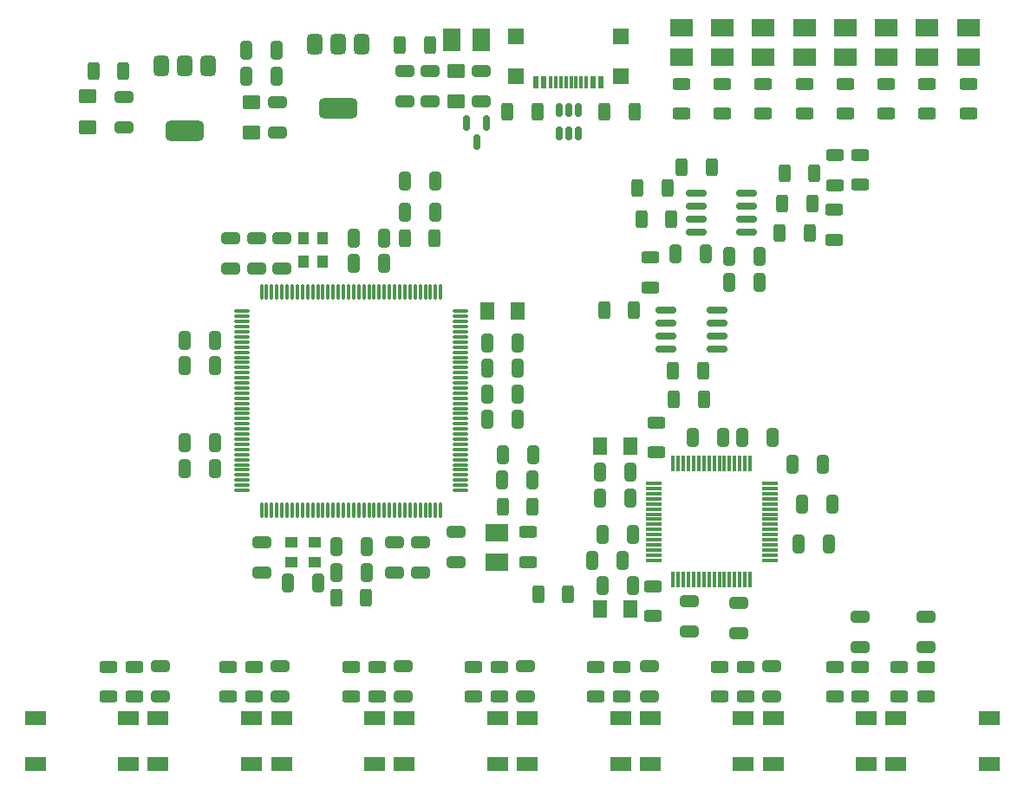
<source format=gbr>
%TF.GenerationSoftware,KiCad,Pcbnew,9.0.4*%
%TF.CreationDate,2025-10-20T22:36:38-03:00*%
%TF.ProjectId,fpga-utn,66706761-2d75-4746-9e2e-6b696361645f,rev?*%
%TF.SameCoordinates,Original*%
%TF.FileFunction,Paste,Top*%
%TF.FilePolarity,Positive*%
%FSLAX46Y46*%
G04 Gerber Fmt 4.6, Leading zero omitted, Abs format (unit mm)*
G04 Created by KiCad (PCBNEW 9.0.4) date 2025-10-20 22:36:38*
%MOMM*%
%LPD*%
G01*
G04 APERTURE LIST*
G04 Aperture macros list*
%AMRoundRect*
0 Rectangle with rounded corners*
0 $1 Rounding radius*
0 $2 $3 $4 $5 $6 $7 $8 $9 X,Y pos of 4 corners*
0 Add a 4 corners polygon primitive as box body*
4,1,4,$2,$3,$4,$5,$6,$7,$8,$9,$2,$3,0*
0 Add four circle primitives for the rounded corners*
1,1,$1+$1,$2,$3*
1,1,$1+$1,$4,$5*
1,1,$1+$1,$6,$7*
1,1,$1+$1,$8,$9*
0 Add four rect primitives between the rounded corners*
20,1,$1+$1,$2,$3,$4,$5,0*
20,1,$1+$1,$4,$5,$6,$7,0*
20,1,$1+$1,$6,$7,$8,$9,0*
20,1,$1+$1,$8,$9,$2,$3,0*%
G04 Aperture macros list end*
%ADD10RoundRect,0.150000X-0.825000X-0.150000X0.825000X-0.150000X0.825000X0.150000X-0.825000X0.150000X0*%
%ADD11RoundRect,0.250000X-0.312500X-0.625000X0.312500X-0.625000X0.312500X0.625000X-0.312500X0.625000X0*%
%ADD12RoundRect,0.250000X0.325000X0.650000X-0.325000X0.650000X-0.325000X-0.650000X0.325000X-0.650000X0*%
%ADD13RoundRect,0.250000X0.625000X-0.312500X0.625000X0.312500X-0.625000X0.312500X-0.625000X-0.312500X0*%
%ADD14RoundRect,0.250000X0.650000X-0.325000X0.650000X0.325000X-0.650000X0.325000X-0.650000X-0.325000X0*%
%ADD15RoundRect,0.250000X-0.650000X0.325000X-0.650000X-0.325000X0.650000X-0.325000X0.650000X0.325000X0*%
%ADD16R,2.100000X1.400000*%
%ADD17RoundRect,0.075000X-0.700000X-0.075000X0.700000X-0.075000X0.700000X0.075000X-0.700000X0.075000X0*%
%ADD18RoundRect,0.075000X-0.075000X-0.700000X0.075000X-0.700000X0.075000X0.700000X-0.075000X0.700000X0*%
%ADD19RoundRect,0.250000X0.312500X0.625000X-0.312500X0.625000X-0.312500X-0.625000X0.312500X-0.625000X0*%
%ADD20RoundRect,0.250000X-0.325000X-0.650000X0.325000X-0.650000X0.325000X0.650000X-0.325000X0.650000X0*%
%ADD21RoundRect,0.250001X0.624999X-0.462499X0.624999X0.462499X-0.624999X0.462499X-0.624999X-0.462499X0*%
%ADD22RoundRect,0.150000X-0.150000X0.587500X-0.150000X-0.587500X0.150000X-0.587500X0.150000X0.587500X0*%
%ADD23RoundRect,0.250000X-0.625000X0.312500X-0.625000X-0.312500X0.625000X-0.312500X0.625000X0.312500X0*%
%ADD24R,2.300000X1.800000*%
%ADD25R,1.300000X1.100000*%
%ADD26RoundRect,0.150000X-0.150000X0.512500X-0.150000X-0.512500X0.150000X-0.512500X0.150000X0.512500X0*%
%ADD27R,1.800000X2.300000*%
%ADD28RoundRect,0.250001X0.462499X0.624999X-0.462499X0.624999X-0.462499X-0.624999X0.462499X-0.624999X0*%
%ADD29RoundRect,0.250001X-0.462499X-0.624999X0.462499X-0.624999X0.462499X0.624999X-0.462499X0.624999X0*%
%ADD30R,1.100000X1.300000*%
%ADD31R,0.600000X1.150000*%
%ADD32R,0.300000X1.150000*%
%ADD33R,1.500000X1.500000*%
%ADD34RoundRect,0.075000X-0.662500X-0.075000X0.662500X-0.075000X0.662500X0.075000X-0.662500X0.075000X0*%
%ADD35RoundRect,0.075000X-0.075000X-0.662500X0.075000X-0.662500X0.075000X0.662500X-0.075000X0.662500X0*%
%ADD36RoundRect,0.375000X-0.375000X0.625000X-0.375000X-0.625000X0.375000X-0.625000X0.375000X0.625000X0*%
%ADD37RoundRect,0.500000X-1.400000X0.500000X-1.400000X-0.500000X1.400000X-0.500000X1.400000X0.500000X0*%
G04 APERTURE END LIST*
D10*
%TO.C,U5*%
X191015000Y-103378000D03*
X191015000Y-104648000D03*
X191015000Y-105918000D03*
X191015000Y-107188000D03*
X195965000Y-107188000D03*
X195965000Y-105918000D03*
X195965000Y-104648000D03*
X195965000Y-103378000D03*
%TD*%
D11*
%TO.C,R11*%
X158811500Y-131532000D03*
X161736500Y-131532000D03*
%TD*%
D12*
%TO.C,C10*%
X187784000Y-125349000D03*
X184834000Y-125349000D03*
%TD*%
D13*
%TO.C,R6*%
X189738000Y-133288500D03*
X189738000Y-130363500D03*
%TD*%
D14*
%TO.C,C40*%
X209931000Y-136349000D03*
X209931000Y-133399000D03*
%TD*%
D13*
%TO.C,R25*%
X220500000Y-84178500D03*
X220500000Y-81253500D03*
%TD*%
D15*
%TO.C,C38*%
X189357000Y-138225000D03*
X189357000Y-141175000D03*
%TD*%
D13*
%TO.C,R21*%
X177500000Y-128012500D03*
X177500000Y-125087500D03*
%TD*%
D15*
%TO.C,C32*%
X151525000Y-126100000D03*
X151525000Y-129050000D03*
%TD*%
D16*
%TO.C,SW2*%
X141400000Y-143250000D03*
X141400000Y-147750000D03*
X150500000Y-143250000D03*
X150500000Y-147750000D03*
%TD*%
D17*
%TO.C,U4*%
X189778000Y-120329000D03*
X189778000Y-120829000D03*
X189778000Y-121329000D03*
X189778000Y-121829000D03*
X189778000Y-122329000D03*
X189778000Y-122829000D03*
X189778000Y-123329000D03*
X189778000Y-123829000D03*
X189778000Y-124329000D03*
X189778000Y-124829000D03*
X189778000Y-125329000D03*
X189778000Y-125829000D03*
X189778000Y-126329000D03*
X189778000Y-126829000D03*
X189778000Y-127329000D03*
X189778000Y-127829000D03*
D18*
X191703000Y-129754000D03*
X192203000Y-129754000D03*
X192703000Y-129754000D03*
X193203000Y-129754000D03*
X193703000Y-129754000D03*
X194203000Y-129754000D03*
X194703000Y-129754000D03*
X195203000Y-129754000D03*
X195703000Y-129754000D03*
X196203000Y-129754000D03*
X196703000Y-129754000D03*
X197203000Y-129754000D03*
X197703000Y-129754000D03*
X198203000Y-129754000D03*
X198703000Y-129754000D03*
X199203000Y-129754000D03*
D17*
X201128000Y-127829000D03*
X201128000Y-127329000D03*
X201128000Y-126829000D03*
X201128000Y-126329000D03*
X201128000Y-125829000D03*
X201128000Y-125329000D03*
X201128000Y-124829000D03*
X201128000Y-124329000D03*
X201128000Y-123829000D03*
X201128000Y-123329000D03*
X201128000Y-122829000D03*
X201128000Y-122329000D03*
X201128000Y-121829000D03*
X201128000Y-121329000D03*
X201128000Y-120829000D03*
X201128000Y-120329000D03*
D18*
X199203000Y-118404000D03*
X198703000Y-118404000D03*
X198203000Y-118404000D03*
X197703000Y-118404000D03*
X197203000Y-118404000D03*
X196703000Y-118404000D03*
X196203000Y-118404000D03*
X195703000Y-118404000D03*
X195203000Y-118404000D03*
X194703000Y-118404000D03*
X194203000Y-118404000D03*
X193703000Y-118404000D03*
X193203000Y-118404000D03*
X192703000Y-118404000D03*
X192203000Y-118404000D03*
X191703000Y-118404000D03*
%TD*%
D19*
%TO.C,R9*%
X168425000Y-96337500D03*
X165500000Y-96337500D03*
%TD*%
D15*
%TO.C,C51*%
X164525000Y-126050000D03*
X164525000Y-129000000D03*
%TD*%
D12*
%TO.C,C23*%
X194847000Y-97917000D03*
X191897000Y-97917000D03*
%TD*%
D15*
%TO.C,C3*%
X165500000Y-80025000D03*
X165500000Y-82975000D03*
%TD*%
D11*
%TO.C,R2*%
X165037500Y-77500000D03*
X167962500Y-77500000D03*
%TD*%
D20*
%TO.C,C27*%
X197153000Y-100711000D03*
X200103000Y-100711000D03*
%TD*%
D15*
%TO.C,C14*%
X198120000Y-132002000D03*
X198120000Y-134952000D03*
%TD*%
D21*
%TO.C,FB3*%
X134537500Y-85485000D03*
X134537500Y-82510000D03*
%TD*%
D22*
%TO.C,D1*%
X173450000Y-85062500D03*
X171550000Y-85062500D03*
X172500000Y-86937500D03*
%TD*%
D16*
%TO.C,SW4*%
X165450000Y-143250000D03*
X165450000Y-147750000D03*
X174550000Y-143250000D03*
X174550000Y-147750000D03*
%TD*%
D12*
%TO.C,C53*%
X146950000Y-106337500D03*
X144000000Y-106337500D03*
%TD*%
D23*
%TO.C,R5*%
X190093600Y-114361500D03*
X190093600Y-117286500D03*
%TD*%
D15*
%TO.C,C37*%
X177292000Y-138225000D03*
X177292000Y-141175000D03*
%TD*%
D23*
%TO.C,R23*%
X209931000Y-88199500D03*
X209931000Y-91124500D03*
%TD*%
D24*
%TO.C,D12*%
X192500000Y-75766000D03*
X192500000Y-78666000D03*
%TD*%
D20*
%TO.C,C5*%
X150025000Y-80525000D03*
X152975000Y-80525000D03*
%TD*%
D16*
%TO.C,SW3*%
X153450000Y-143250000D03*
X153450000Y-147750000D03*
X162550000Y-143250000D03*
X162550000Y-147750000D03*
%TD*%
D13*
%TO.C,R44*%
X174752000Y-141162500D03*
X174752000Y-138237500D03*
%TD*%
D12*
%TO.C,C8*%
X187530000Y-121793000D03*
X184580000Y-121793000D03*
%TD*%
D24*
%TO.C,D6*%
X216500000Y-75766000D03*
X216500000Y-78666000D03*
%TD*%
D21*
%TO.C,FB2*%
X150525000Y-86012500D03*
X150525000Y-83037500D03*
%TD*%
D11*
%TO.C,R10*%
X191770000Y-112141000D03*
X194695000Y-112141000D03*
%TD*%
D25*
%TO.C,Y2*%
X154375000Y-128000000D03*
X156675000Y-128000000D03*
X156675000Y-126100000D03*
X154375000Y-126100000D03*
%TD*%
D26*
%TO.C,U3*%
X182450000Y-83862500D03*
X181500000Y-83862500D03*
X180550000Y-83862500D03*
X180550000Y-86137500D03*
X181500000Y-86137500D03*
X182450000Y-86137500D03*
%TD*%
D15*
%TO.C,C13*%
X193319400Y-131875000D03*
X193319400Y-134825000D03*
%TD*%
D23*
%TO.C,R20*%
X207391000Y-93595000D03*
X207391000Y-96520000D03*
%TD*%
%TO.C,R37*%
X184150000Y-138237500D03*
X184150000Y-141162500D03*
%TD*%
D20*
%TO.C,C29*%
X175050000Y-117500000D03*
X178000000Y-117500000D03*
%TD*%
D12*
%TO.C,C54*%
X146950000Y-118837500D03*
X144000000Y-118837500D03*
%TD*%
D15*
%TO.C,C2*%
X168000000Y-80025000D03*
X168000000Y-82975000D03*
%TD*%
D20*
%TO.C,C12*%
X203376000Y-118491000D03*
X206326000Y-118491000D03*
%TD*%
D14*
%TO.C,C43*%
X148500000Y-99312500D03*
X148500000Y-96362500D03*
%TD*%
D15*
%TO.C,C35*%
X153289000Y-138225000D03*
X153289000Y-141175000D03*
%TD*%
D27*
%TO.C,D2*%
X172950000Y-77000000D03*
X170050000Y-77000000D03*
%TD*%
D14*
%TO.C,C4*%
X153025000Y-86000000D03*
X153025000Y-83050000D03*
%TD*%
D12*
%TO.C,C18*%
X187784000Y-130302000D03*
X184834000Y-130302000D03*
%TD*%
D20*
%TO.C,C26*%
X197153000Y-98171000D03*
X200103000Y-98171000D03*
%TD*%
%TO.C,C16*%
X198423000Y-115824000D03*
X201373000Y-115824000D03*
%TD*%
D28*
%TO.C,D3*%
X176512500Y-103500000D03*
X173537500Y-103500000D03*
%TD*%
D12*
%TO.C,C24*%
X161761500Y-126532000D03*
X158811500Y-126532000D03*
%TD*%
D16*
%TO.C,SW6*%
X189450000Y-143250000D03*
X189450000Y-147750000D03*
X198550000Y-143250000D03*
X198550000Y-147750000D03*
%TD*%
D13*
%TO.C,R32*%
X192500000Y-84178500D03*
X192500000Y-81253500D03*
%TD*%
D11*
%TO.C,R19*%
X192528000Y-89408000D03*
X195453000Y-89408000D03*
%TD*%
D23*
%TO.C,R8*%
X189484000Y-98232500D03*
X189484000Y-101157500D03*
%TD*%
D20*
%TO.C,C21*%
X160500000Y-98837500D03*
X163450000Y-98837500D03*
%TD*%
D14*
%TO.C,C17*%
X153500000Y-99287500D03*
X153500000Y-96337500D03*
%TD*%
D23*
%TO.C,R38*%
X196215000Y-138237500D03*
X196215000Y-141162500D03*
%TD*%
D24*
%TO.C,D4*%
X174500000Y-128037500D03*
X174500000Y-125137500D03*
%TD*%
D29*
%TO.C,FB5*%
X184531000Y-132588000D03*
X187506000Y-132588000D03*
%TD*%
D12*
%TO.C,C31*%
X146975000Y-116337500D03*
X144025000Y-116337500D03*
%TD*%
D23*
%TO.C,R36*%
X172212000Y-138237500D03*
X172212000Y-141162500D03*
%TD*%
D30*
%TO.C,Y1*%
X155600000Y-96350000D03*
X155600000Y-98650000D03*
X157500000Y-98650000D03*
X157500000Y-96350000D03*
%TD*%
D20*
%TO.C,C42*%
X154050000Y-130050000D03*
X157000000Y-130050000D03*
%TD*%
D31*
%TO.C,J1*%
X184675000Y-81140000D03*
X183875000Y-81140000D03*
D32*
X182725000Y-81140000D03*
X181725000Y-81140000D03*
X181225000Y-81140000D03*
X180225000Y-81140000D03*
D31*
X179075000Y-81140000D03*
X178275000Y-81140000D03*
X178275000Y-81140000D03*
X179075000Y-81140000D03*
D32*
X179725000Y-81140000D03*
X180725000Y-81140000D03*
X182225000Y-81140000D03*
X183225000Y-81140000D03*
D31*
X183875000Y-81140000D03*
X184675000Y-81140000D03*
D33*
X186595000Y-80565000D03*
X186595000Y-76635000D03*
X176355000Y-80565000D03*
X176355000Y-76635000D03*
%TD*%
D20*
%TO.C,C48*%
X173550000Y-106587500D03*
X176500000Y-106587500D03*
%TD*%
D29*
%TO.C,FB4*%
X184567500Y-116713000D03*
X187542500Y-116713000D03*
%TD*%
D24*
%TO.C,D10*%
X200500000Y-75766000D03*
X200500000Y-78666000D03*
%TD*%
D13*
%TO.C,R30*%
X200500000Y-84178500D03*
X200500000Y-81253500D03*
%TD*%
D23*
%TO.C,R39*%
X207518000Y-138237500D03*
X207518000Y-141162500D03*
%TD*%
D11*
%TO.C,R15*%
X202372500Y-92964000D03*
X205297500Y-92964000D03*
%TD*%
D13*
%TO.C,R41*%
X139065000Y-141162500D03*
X139065000Y-138237500D03*
%TD*%
D12*
%TO.C,C52*%
X146950000Y-108837500D03*
X144000000Y-108837500D03*
%TD*%
%TO.C,C11*%
X186768000Y-127889000D03*
X183818000Y-127889000D03*
%TD*%
D13*
%TO.C,R46*%
X198755000Y-141162500D03*
X198755000Y-138237500D03*
%TD*%
D10*
%TO.C,U7*%
X193932000Y-91948000D03*
X193932000Y-93218000D03*
X193932000Y-94488000D03*
X193932000Y-95758000D03*
X198882000Y-95758000D03*
X198882000Y-94488000D03*
X198882000Y-93218000D03*
X198882000Y-91948000D03*
%TD*%
D11*
%TO.C,R1*%
X185000000Y-84000000D03*
X187925000Y-84000000D03*
%TD*%
D24*
%TO.C,D7*%
X212500000Y-75766000D03*
X212500000Y-78666000D03*
%TD*%
D15*
%TO.C,C49*%
X167025000Y-126050000D03*
X167025000Y-129000000D03*
%TD*%
D13*
%TO.C,R28*%
X208500000Y-84178500D03*
X208500000Y-81253500D03*
%TD*%
%TO.C,R47*%
X209931000Y-141162500D03*
X209931000Y-138237500D03*
%TD*%
D23*
%TO.C,R35*%
X160274000Y-138237500D03*
X160274000Y-141162500D03*
%TD*%
D13*
%TO.C,R29*%
X204500000Y-84178500D03*
X204500000Y-81253500D03*
%TD*%
D12*
%TO.C,C30*%
X168450000Y-93837500D03*
X165500000Y-93837500D03*
%TD*%
D13*
%TO.C,R48*%
X216408000Y-141162500D03*
X216408000Y-138237500D03*
%TD*%
D11*
%TO.C,R16*%
X188591000Y-94488000D03*
X191516000Y-94488000D03*
%TD*%
D15*
%TO.C,C34*%
X141605000Y-138225000D03*
X141605000Y-141175000D03*
%TD*%
D23*
%TO.C,R22*%
X207518000Y-88261000D03*
X207518000Y-91186000D03*
%TD*%
D24*
%TO.C,D9*%
X204500000Y-75766000D03*
X204500000Y-78666000D03*
%TD*%
D23*
%TO.C,R33*%
X136525000Y-138237500D03*
X136525000Y-141162500D03*
%TD*%
D13*
%TO.C,R43*%
X162814000Y-141162500D03*
X162814000Y-138237500D03*
%TD*%
D16*
%TO.C,SW5*%
X177450000Y-143250000D03*
X177450000Y-147750000D03*
X186550000Y-143250000D03*
X186550000Y-147750000D03*
%TD*%
D20*
%TO.C,C22*%
X160500000Y-96337500D03*
X163450000Y-96337500D03*
%TD*%
D14*
%TO.C,C7*%
X138037500Y-85485000D03*
X138037500Y-82535000D03*
%TD*%
D34*
%TO.C,U6*%
X149587500Y-103500000D03*
X149587500Y-104000000D03*
X149587500Y-104500000D03*
X149587500Y-105000000D03*
X149587500Y-105500000D03*
X149587500Y-106000000D03*
X149587500Y-106500000D03*
X149587500Y-107000000D03*
X149587500Y-107500000D03*
X149587500Y-108000000D03*
X149587500Y-108500000D03*
X149587500Y-109000000D03*
X149587500Y-109500000D03*
X149587500Y-110000000D03*
X149587500Y-110500000D03*
X149587500Y-111000000D03*
X149587500Y-111500000D03*
X149587500Y-112000000D03*
X149587500Y-112500000D03*
X149587500Y-113000000D03*
X149587500Y-113500000D03*
X149587500Y-114000000D03*
X149587500Y-114500000D03*
X149587500Y-115000000D03*
X149587500Y-115500000D03*
X149587500Y-116000000D03*
X149587500Y-116500000D03*
X149587500Y-117000000D03*
X149587500Y-117500000D03*
X149587500Y-118000000D03*
X149587500Y-118500000D03*
X149587500Y-119000000D03*
X149587500Y-119500000D03*
X149587500Y-120000000D03*
X149587500Y-120500000D03*
X149587500Y-121000000D03*
D35*
X151500000Y-122912500D03*
X152000000Y-122912500D03*
X152500000Y-122912500D03*
X153000000Y-122912500D03*
X153500000Y-122912500D03*
X154000000Y-122912500D03*
X154500000Y-122912500D03*
X155000000Y-122912500D03*
X155500000Y-122912500D03*
X156000000Y-122912500D03*
X156500000Y-122912500D03*
X157000000Y-122912500D03*
X157500000Y-122912500D03*
X158000000Y-122912500D03*
X158500000Y-122912500D03*
X159000000Y-122912500D03*
X159500000Y-122912500D03*
X160000000Y-122912500D03*
X160500000Y-122912500D03*
X161000000Y-122912500D03*
X161500000Y-122912500D03*
X162000000Y-122912500D03*
X162500000Y-122912500D03*
X163000000Y-122912500D03*
X163500000Y-122912500D03*
X164000000Y-122912500D03*
X164500000Y-122912500D03*
X165000000Y-122912500D03*
X165500000Y-122912500D03*
X166000000Y-122912500D03*
X166500000Y-122912500D03*
X167000000Y-122912500D03*
X167500000Y-122912500D03*
X168000000Y-122912500D03*
X168500000Y-122912500D03*
X169000000Y-122912500D03*
D34*
X170912500Y-121000000D03*
X170912500Y-120500000D03*
X170912500Y-120000000D03*
X170912500Y-119500000D03*
X170912500Y-119000000D03*
X170912500Y-118500000D03*
X170912500Y-118000000D03*
X170912500Y-117500000D03*
X170912500Y-117000000D03*
X170912500Y-116500000D03*
X170912500Y-116000000D03*
X170912500Y-115500000D03*
X170912500Y-115000000D03*
X170912500Y-114500000D03*
X170912500Y-114000000D03*
X170912500Y-113500000D03*
X170912500Y-113000000D03*
X170912500Y-112500000D03*
X170912500Y-112000000D03*
X170912500Y-111500000D03*
X170912500Y-111000000D03*
X170912500Y-110500000D03*
X170912500Y-110000000D03*
X170912500Y-109500000D03*
X170912500Y-109000000D03*
X170912500Y-108500000D03*
X170912500Y-108000000D03*
X170912500Y-107500000D03*
X170912500Y-107000000D03*
X170912500Y-106500000D03*
X170912500Y-106000000D03*
X170912500Y-105500000D03*
X170912500Y-105000000D03*
X170912500Y-104500000D03*
X170912500Y-104000000D03*
X170912500Y-103500000D03*
D35*
X169000000Y-101587500D03*
X168500000Y-101587500D03*
X168000000Y-101587500D03*
X167500000Y-101587500D03*
X167000000Y-101587500D03*
X166500000Y-101587500D03*
X166000000Y-101587500D03*
X165500000Y-101587500D03*
X165000000Y-101587500D03*
X164500000Y-101587500D03*
X164000000Y-101587500D03*
X163500000Y-101587500D03*
X163000000Y-101587500D03*
X162500000Y-101587500D03*
X162000000Y-101587500D03*
X161500000Y-101587500D03*
X161000000Y-101587500D03*
X160500000Y-101587500D03*
X160000000Y-101587500D03*
X159500000Y-101587500D03*
X159000000Y-101587500D03*
X158500000Y-101587500D03*
X158000000Y-101587500D03*
X157500000Y-101587500D03*
X157000000Y-101587500D03*
X156500000Y-101587500D03*
X156000000Y-101587500D03*
X155500000Y-101587500D03*
X155000000Y-101587500D03*
X154500000Y-101587500D03*
X154000000Y-101587500D03*
X153500000Y-101587500D03*
X153000000Y-101587500D03*
X152500000Y-101587500D03*
X152000000Y-101587500D03*
X151500000Y-101587500D03*
%TD*%
D19*
%TO.C,R12*%
X194633500Y-109347000D03*
X191708500Y-109347000D03*
%TD*%
D11*
%TO.C,R18*%
X188210000Y-91440000D03*
X191135000Y-91440000D03*
%TD*%
D12*
%TO.C,C25*%
X161761500Y-129032000D03*
X158811500Y-129032000D03*
%TD*%
D19*
%TO.C,R3*%
X178462500Y-84000000D03*
X175537500Y-84000000D03*
%TD*%
D13*
%TO.C,R45*%
X186690000Y-141162500D03*
X186690000Y-138237500D03*
%TD*%
D14*
%TO.C,C44*%
X151000000Y-99312500D03*
X151000000Y-96362500D03*
%TD*%
D20*
%TO.C,C46*%
X173550000Y-109087500D03*
X176500000Y-109087500D03*
%TD*%
D16*
%TO.C,SW1*%
X129400000Y-143250000D03*
X129400000Y-147750000D03*
X138500000Y-143250000D03*
X138500000Y-147750000D03*
%TD*%
D36*
%TO.C,U2*%
X146300000Y-79525000D03*
X144000000Y-79525000D03*
D37*
X144000000Y-85825000D03*
D36*
X141700000Y-79525000D03*
%TD*%
D20*
%TO.C,C47*%
X173550000Y-114087500D03*
X176500000Y-114087500D03*
%TD*%
D15*
%TO.C,C50*%
X170500000Y-125050000D03*
X170500000Y-128000000D03*
%TD*%
D14*
%TO.C,C1*%
X173000000Y-82975000D03*
X173000000Y-80025000D03*
%TD*%
D20*
%TO.C,C15*%
X204265000Y-122326400D03*
X207215000Y-122326400D03*
%TD*%
D11*
%TO.C,R14*%
X178521900Y-131165600D03*
X181446900Y-131165600D03*
%TD*%
D20*
%TO.C,C19*%
X203983800Y-126238000D03*
X206933800Y-126238000D03*
%TD*%
D19*
%TO.C,R24*%
X177987500Y-122587500D03*
X175062500Y-122587500D03*
%TD*%
D24*
%TO.C,D5*%
X220500000Y-75766000D03*
X220500000Y-78666000D03*
%TD*%
D12*
%TO.C,C20*%
X196547000Y-115824000D03*
X193597000Y-115824000D03*
%TD*%
D11*
%TO.C,R13*%
X202565000Y-90043000D03*
X205490000Y-90043000D03*
%TD*%
D15*
%TO.C,C36*%
X165354000Y-138225000D03*
X165354000Y-141175000D03*
%TD*%
D24*
%TO.C,D11*%
X196500000Y-75766000D03*
X196500000Y-78666000D03*
%TD*%
D15*
%TO.C,C39*%
X201295000Y-138225000D03*
X201295000Y-141175000D03*
%TD*%
D21*
%TO.C,FB1*%
X170500000Y-82987500D03*
X170500000Y-80012500D03*
%TD*%
D13*
%TO.C,R42*%
X150749000Y-141162500D03*
X150749000Y-138237500D03*
%TD*%
%TO.C,R31*%
X196500000Y-84178500D03*
X196500000Y-81253500D03*
%TD*%
D23*
%TO.C,R40*%
X213741000Y-138237500D03*
X213741000Y-141162500D03*
%TD*%
D13*
%TO.C,R27*%
X212500000Y-84178500D03*
X212500000Y-81253500D03*
%TD*%
D16*
%TO.C,SW7*%
X201450000Y-143250000D03*
X201450000Y-147750000D03*
X210550000Y-143250000D03*
X210550000Y-147750000D03*
%TD*%
D24*
%TO.C,D8*%
X208500000Y-75766000D03*
X208500000Y-78666000D03*
%TD*%
D11*
%TO.C,R7*%
X184973500Y-103378000D03*
X187898500Y-103378000D03*
%TD*%
D13*
%TO.C,R26*%
X216500000Y-84178500D03*
X216500000Y-81253500D03*
%TD*%
D20*
%TO.C,C33*%
X173550000Y-111587500D03*
X176500000Y-111587500D03*
%TD*%
%TO.C,C28*%
X175025000Y-120000000D03*
X177975000Y-120000000D03*
%TD*%
D14*
%TO.C,C41*%
X216408000Y-136349000D03*
X216408000Y-133399000D03*
%TD*%
D16*
%TO.C,SW8*%
X213450000Y-143250000D03*
X213450000Y-147750000D03*
X222550000Y-143250000D03*
X222550000Y-147750000D03*
%TD*%
D23*
%TO.C,R34*%
X148209000Y-138237500D03*
X148209000Y-141162500D03*
%TD*%
D36*
%TO.C,U1*%
X161300000Y-77350000D03*
X159000000Y-77350000D03*
D37*
X159000000Y-83650000D03*
D36*
X156700000Y-77350000D03*
%TD*%
D20*
%TO.C,C45*%
X165504600Y-90779600D03*
X168454600Y-90779600D03*
%TD*%
D11*
%TO.C,R4*%
X135075000Y-80010000D03*
X138000000Y-80010000D03*
%TD*%
%TO.C,R17*%
X202118500Y-95885000D03*
X205043500Y-95885000D03*
%TD*%
D12*
%TO.C,C9*%
X187530000Y-119253000D03*
X184580000Y-119253000D03*
%TD*%
D20*
%TO.C,C6*%
X150025000Y-78025000D03*
X152975000Y-78025000D03*
%TD*%
M02*

</source>
